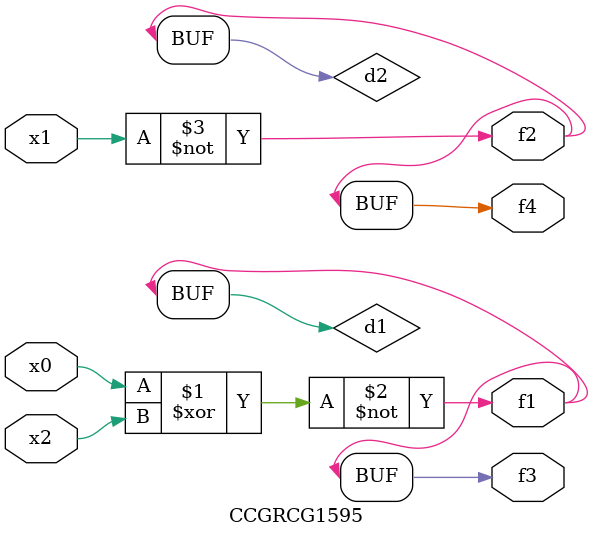
<source format=v>
module CCGRCG1595(
	input x0, x1, x2,
	output f1, f2, f3, f4
);

	wire d1, d2, d3;

	xnor (d1, x0, x2);
	nand (d2, x1);
	nor (d3, x1, x2);
	assign f1 = d1;
	assign f2 = d2;
	assign f3 = d1;
	assign f4 = d2;
endmodule

</source>
